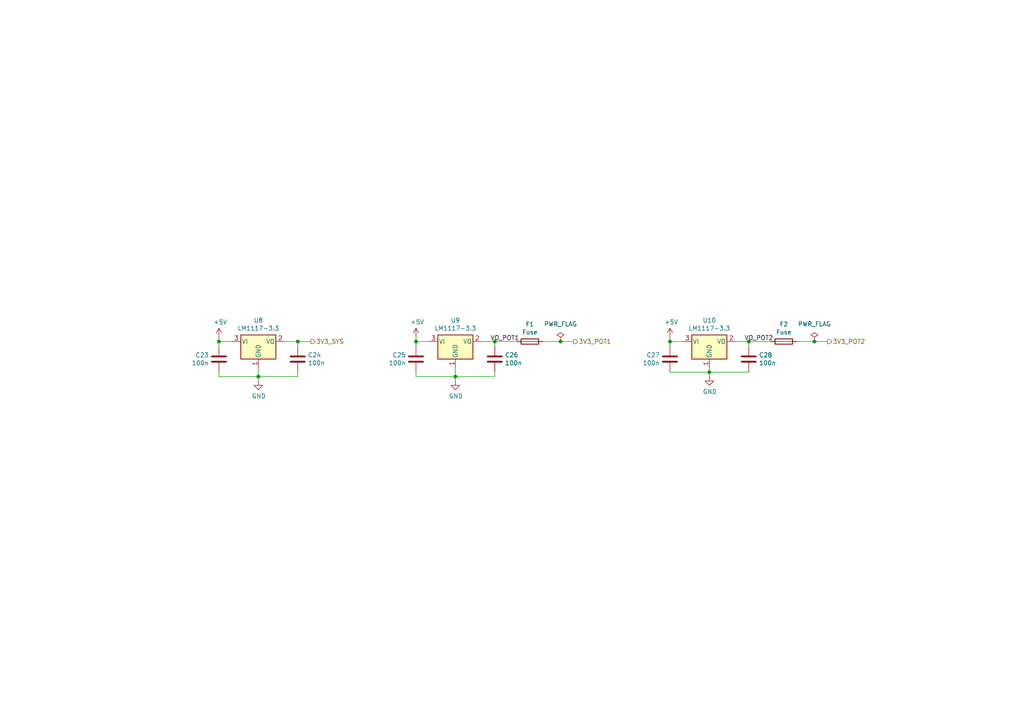
<source format=kicad_sch>
(kicad_sch (version 20230121) (generator eeschema)
  (paper "A4")
  (title_block (title "Power for Potentiometers") (date "2023-04-22") (rev "2.0") (company "S. Sambor") (comment 1 "J. Jurczak") (comment 2 "P. Gawron") (comment 3 "I. Kajdan"))
  (lib_symbols
    (symbol "Device:C" (pin_numbers hide) (pin_names (offset 0.254))
      (property "Reference" "C" (at 0.635 2.54 0))
      (property "Value" "C" (at 0.635 -2.54 0))
      (symbol "C_0_1"
        (polyline (pts (xy -2.032 -0.762) (xy 2.032 -0.762)) (stroke (width 0.508)))
        (polyline (pts (xy -2.032 0.762) (xy 2.032 0.762)) (stroke (width 0.508)))
      )
      (symbol "C_1_1"
        (pin passive line (at 0 3.81 270) (length 2.794) (name "~") (number "1"))
        (pin passive line (at 0 -3.81 90) (length 2.794) (name "~") (number "2"))
      )
    )
    (symbol "Device:Fuse" (pin_numbers hide) (pin_names (offset 0))
      (property "Reference" "F" (at 2.032 0 90))
      (property "Value" "Fuse" (at -1.905 0 90))
      (symbol "Fuse_0_1"
        (rectangle (start -0.762 -2.54) (end 0.762 2.54) (stroke (width 0.254)))
        (polyline (pts (xy 0 2.54) (xy 0 -2.54)))
      )
      (symbol "Fuse_1_1"
        (pin passive line (at 0 3.81 270) (length 1.27) (name "~") (number "1"))
        (pin passive line (at 0 -3.81 90) (length 1.27) (name "~") (number "2"))
      )
    )
    (symbol "Regulator_Linear:LM1117-3.3" (pin_names (offset 0.254))
      (property "Reference" "U" (at -3.81 3.175 0))
      (property "Value" "LM1117-3.3" (at 0 3.175 0))
      (symbol "LM1117-3.3_0_1"
        (rectangle (start -5.08 -5.08) (end 5.08 1.905) (stroke (width 0.254)) (fill (type background)))
      )
      (symbol "LM1117-3.3_1_1"
        (pin power_in line (at 0 -7.62 90) (length 2.54) (name "GND") (number "1"))
        (pin power_out line (at 7.62 0 180) (length 2.54) (name "VO") (number "2"))
        (pin power_in line (at -7.62 0 0) (length 2.54) (name "VI") (number "3"))
      )
    )
    (symbol "power:+5V" (power) (pin_names (offset 0))
      (property "Value" "+5V" (at 0 3.556 0))
      (symbol "+5V_0_1"
        (polyline (pts (xy -0.762 1.27) (xy 0 2.54)))
        (polyline (pts (xy 0 0) (xy 0 2.54)))
        (polyline (pts (xy 0 2.54) (xy 0.762 1.27)))
      )
      (symbol "+5V_1_1"
        (pin power_in line (at 0 0 90) (length 0) hide (name "+5V") (number "1"))
      )
    )
    (symbol "power:GND" (power) (pin_names (offset 0))
      (property "Value" "GND" (at 0 -3.81 0))
      (symbol "GND_0_1"
        (polyline (pts (xy 0 0) (xy 0 -1.27) (xy 1.27 -1.27) (xy 0 -2.54) (xy -1.27 -1.27) (xy 0 -1.27)))
      )
      (symbol "GND_1_1"
        (pin power_in line (at 0 0 270) (length 0) hide (name "GND") (number "1"))
      )
    )
    (symbol "power:PWR_FLAG" (power) (pin_numbers hide) (pin_names (offset 0) hide)
      (property "Value" "PWR_FLAG" (at 0 3.81 0))
      (symbol "PWR_FLAG_0_0"
        (pin power_out line (at 0 0 90) (length 0) (name "pwr") (number "1"))
      )
      (symbol "PWR_FLAG_0_1"
        (polyline (pts (xy 0 0) (xy 0 1.27) (xy -1.016 1.905) (xy 0 2.54) (xy 1.016 1.905) (xy 0 1.27)))
      )
    )
  )
  (junction (at 120.65 99.06))
  (junction (at 63.5 99.06))
  (junction (at 217.17 99.06))
  (junction (at 143.51 99.06))
  (junction (at 74.93 109.22))
  (junction (at 205.74 107.95))
  (junction (at 162.56 99.06))
  (junction (at 236.22 99.06))
  (junction (at 86.36 99.06))
  (junction (at 194.31 99.06))
  (junction (at 132.08 109.22))
  (wire (pts (xy 205.74 106.68) (xy 205.74 107.95)))
  (wire (pts (xy 86.36 109.22) (xy 74.93 109.22)))
  (wire (pts (xy 149.86 99.06) (xy 143.51 99.06)))
  (wire (pts (xy 194.31 99.06) (xy 194.31 100.33)))
  (wire (pts (xy 120.65 109.22) (xy 132.08 109.22)))
  (wire (pts (xy 90.17 99.06) (xy 86.36 99.06)))
  (wire (pts (xy 198.12 99.06) (xy 194.31 99.06)))
  (wire (pts (xy 143.51 109.22) (xy 143.51 107.95)))
  (wire (pts (xy 132.08 106.68) (xy 132.08 109.22)))
  (wire (pts (xy 162.56 99.06) (xy 166.37 99.06)))
  (wire (pts (xy 157.48 99.06) (xy 162.56 99.06)))
  (wire (pts (xy 217.17 107.95) (xy 205.74 107.95)))
  (wire (pts (xy 132.08 109.22) (xy 132.08 110.49)))
  (wire (pts (xy 67.31 99.06) (xy 63.5 99.06)))
  (wire (pts (xy 213.36 99.06) (xy 217.17 99.06)))
  (wire (pts (xy 194.31 97.79) (xy 194.31 99.06)))
  (wire (pts (xy 223.52 99.06) (xy 217.17 99.06)))
  (wire (pts (xy 194.31 107.95) (xy 205.74 107.95)))
  (wire (pts (xy 86.36 109.22) (xy 86.36 107.95)))
  (wire (pts (xy 205.74 107.95) (xy 205.74 109.22)))
  (wire (pts (xy 217.17 99.06) (xy 217.17 100.33)))
  (wire (pts (xy 120.65 97.79) (xy 120.65 99.06)))
  (wire (pts (xy 74.93 106.68) (xy 74.93 109.22)))
  (wire (pts (xy 82.55 99.06) (xy 86.36 99.06)))
  (wire (pts (xy 231.14 99.06) (xy 236.22 99.06)))
  (wire (pts (xy 63.5 109.22) (xy 74.93 109.22)))
  (wire (pts (xy 143.51 99.06) (xy 143.51 100.33)))
  (wire (pts (xy 86.36 99.06) (xy 86.36 100.33)))
  (wire (pts (xy 124.46 99.06) (xy 120.65 99.06)))
  (wire (pts (xy 74.93 109.22) (xy 74.93 110.49)))
  (wire (pts (xy 63.5 97.79) (xy 63.5 99.06)))
  (wire (pts (xy 63.5 109.22) (xy 63.5 107.95)))
  (wire (pts (xy 120.65 99.06) (xy 120.65 100.33)))
  (wire (pts (xy 143.51 109.22) (xy 132.08 109.22)))
  (wire (pts (xy 236.22 99.06) (xy 240.03 99.06)))
  (wire (pts (xy 63.5 99.06) (xy 63.5 100.33)))
  (wire (pts (xy 139.7 99.06) (xy 143.51 99.06)))
  (wire (pts (xy 120.65 109.22) (xy 120.65 107.95)))
  (label "VO_POT1" (at 142.24 99.06 0))
  (label "VO_POT2" (at 215.9 99.06 0))
  (hierarchical_label "3V3_POT1" (shape output) (at 166.37 99.06 0))
  (hierarchical_label "3V3_POT2" (shape output) (at 240.03 99.06 0))
  (hierarchical_label "3V3_SYS" (shape output) (at 90.17 99.06 0))
  (symbol (lib_id "power:GND") (at 74.93 110.49 0) (unit 1)
    (property "Reference" "#PWR050" (effects hide))
    (property "Value" "GND" (at 75.057 114.8842 0))
  )
  (symbol (lib_id "power:+5V") (at 63.5 97.79 0) (unit 1)
    (property "Reference" "#PWR049" (effects hide))
    (property "Value" "+5V" (at 63.881 93.3958 0))
  )
  (symbol (lib_id "Regulator_Linear:LM1117-3.3") (at 74.93 99.06 0) (unit 1)
    (property "Reference" "U8" (at 74.93 92.9132 0))
    (property "Value" "LM1117-3.3" (at 74.93 95.2246 0))
    (property "Footprint" "Package_TO_SOT_SMD:SOT-223-3_TabPin2" (effects hide))
    (property "Datasheet" "http://www.ti.com/lit/ds/symlink/lm1117.pdf" (effects hide))
  )
  (symbol (lib_id "Device:C") (at 86.36 104.14 0) (unit 1)
    (property "Reference" "C24" (at 89.281 102.9716 0) (effects (justify left)))
    (property "Value" "100n" (at 89.281 105.283 0) (effects (justify left)))
    (property "Footprint" "Capacitor_SMD:C_0603_1608Metric_Pad1.08x0.95mm_HandSolder" (effects hide))
  )
  (symbol (lib_id "Device:C") (at 63.5 104.14 0) (mirror y) (unit 1)
    (property "Reference" "C23" (at 60.579 102.9716 0) (effects (justify left)))
    (property "Value" "100n" (at 60.579 105.283 0) (effects (justify left)))
    (property "Footprint" "Capacitor_SMD:C_0603_1608Metric_Pad1.08x0.95mm_HandSolder" (effects hide))
  )
  (symbol (lib_id "power:GND") (at 132.08 110.49 0) (unit 1)
    (property "Reference" "#PWR052" (effects hide))
    (property "Value" "GND" (at 132.207 114.8842 0))
  )
  (symbol (lib_id "power:+5V") (at 120.65 97.79 0) (unit 1)
    (property "Reference" "#PWR051" (effects hide))
    (property "Value" "+5V" (at 121.031 93.3958 0))
  )
  (symbol (lib_id "Regulator_Linear:LM1117-3.3") (at 132.08 99.06 0) (unit 1)
    (property "Reference" "U9" (at 132.08 92.9132 0))
    (property "Value" "LM1117-3.3" (at 132.08 95.2246 0))
    (property "Footprint" "Package_TO_SOT_SMD:SOT-223-3_TabPin2" (effects hide))
    (property "Datasheet" "http://www.ti.com/lit/ds/symlink/lm1117.pdf" (effects hide))
  )
  (symbol (lib_id "Device:C") (at 143.51 104.14 0) (unit 1)
    (property "Reference" "C26" (at 146.431 102.9716 0) (effects (justify left)))
    (property "Value" "100n" (at 146.431 105.283 0) (effects (justify left)))
    (property "Footprint" "Capacitor_SMD:C_0603_1608Metric_Pad1.08x0.95mm_HandSolder" (effects hide))
  )
  (symbol (lib_id "Device:C") (at 120.65 104.14 0) (mirror y) (unit 1)
    (property "Reference" "C25" (at 117.729 102.9716 0) (effects (justify left)))
    (property "Value" "100n" (at 117.729 105.283 0) (effects (justify left)))
    (property "Footprint" "Capacitor_SMD:C_0603_1608Metric_Pad1.08x0.95mm_HandSolder" (effects hide))
  )
  (symbol (lib_id "power:GND") (at 205.74 109.22 0) (unit 1)
    (property "Reference" "#PWR054" (effects hide))
    (property "Value" "GND" (at 205.867 113.6142 0))
  )
  (symbol (lib_id "power:+5V") (at 194.31 97.79 0) (unit 1)
    (property "Reference" "#PWR053" (effects hide))
    (property "Value" "+5V" (at 194.691 93.3958 0))
  )
  (symbol (lib_id "Regulator_Linear:LM1117-3.3") (at 205.74 99.06 0) (unit 1)
    (property "Reference" "U10" (at 205.74 92.9132 0))
    (property "Value" "LM1117-3.3" (at 205.74 95.2246 0))
    (property "Footprint" "Package_TO_SOT_SMD:SOT-223-3_TabPin2" (effects hide))
    (property "Datasheet" "http://www.ti.com/lit/ds/symlink/lm1117.pdf" (effects hide))
  )
  (symbol (lib_id "Device:C") (at 217.17 104.14 0) (unit 1)
    (property "Reference" "C28" (at 220.091 102.9716 0) (effects (justify left)))
    (property "Value" "100n" (at 220.091 105.283 0) (effects (justify left)))
    (property "Footprint" "Capacitor_SMD:C_0603_1608Metric_Pad1.08x0.95mm_HandSolder" (effects hide))
  )
  (symbol (lib_id "Device:C") (at 194.31 104.14 0) (mirror y) (unit 1)
    (property "Reference" "C27" (at 191.389 102.9716 0) (effects (justify left)))
    (property "Value" "100n" (at 191.389 105.283 0) (effects (justify left)))
    (property "Footprint" "Capacitor_SMD:C_0603_1608Metric_Pad1.08x0.95mm_HandSolder" (effects hide))
  )
  (symbol (lib_id "Device:Fuse") (at 153.67 99.06 270) (unit 1)
    (property "Reference" "F1" (at 153.67 94.0562 90))
    (property "Value" "Fuse" (at 153.67 96.3676 90))
    (property "Footprint" "Fuse:Fuse_2010_5025Metric" (effects hide))
  )
  (symbol (lib_id "Device:Fuse") (at 227.33 99.06 270) (unit 1)
    (property "Reference" "F2" (at 227.33 94.0562 90))
    (property "Value" "Fuse" (at 227.33 96.3676 90))
    (property "Footprint" "Fuse:Fuse_2010_5025Metric" (effects hide))
  )
  (symbol (lib_id "power:PWR_FLAG") (at 236.22 99.06 0) (unit 1)
    (property "Reference" "#FLG06" (effects hide))
    (property "Value" "PWR_FLAG" (at 236.22 93.98 0))
  )
  (symbol (lib_id "power:PWR_FLAG") (at 162.56 99.06 0) (unit 1)
    (property "Reference" "#FLG05" (effects hide))
    (property "Value" "PWR_FLAG" (at 162.56 93.98 0))
  )
)
</source>
